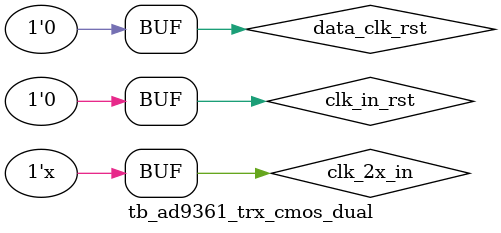
<source format=v>
`timescale 1ns / 1ps


module tb_ad9361_trx_cmos_dual;

reg clk_2x_in = 'b0;
reg clk_in_rst = 'b0;
reg data_clk = 'b0;
reg data_clk_rst = 'b0;
reg [11:0] tx_ch1_i = 'b0;
reg [11:0] tx_ch1_q = 'b0;
reg [11:0] tx_ch2_i = 'b0;
reg [11:0] tx_ch2_q = 'b0;
wire [11:0] rx_ch1_i;
wire [11:0] rx_ch1_q;
wire [11:0] rx_ch2_i;
wire [11:0] rx_ch2_q;

wire clk_out;
wire tx_frame;
wire [11:0] tx_data;

ad9361_tx_map_cmos_dual dut_tx
(
    .clk_2x_in      (clk_2x_in      ),
    .clk_in_rst     (clk_in_rst     ),

    .tx_data_clk    (data_clk       ),
    .tx_data_clk_rst(data_clk_rst   ),

    .tx_ch1_i       (tx_ch1_i       ),
    .tx_ch1_q       (tx_ch1_q       ),
    .tx_ch2_i       (tx_ch2_i       ),
    .tx_ch2_q       (tx_ch2_q       ),

    .clk_out        (clk_out        ),
    .tx_frame       (tx_frame       ),
    .tx_data        (tx_data        )
);

ad9361_rx_map_cmos_dual dut_rx
(
    .clk_2x_in      (clk_2x_in      ),
    .clk_in_rst     (clk_in_rst     ),

    .rx_data_clk    (data_clk       ), // sync to output data
    .rx_data_clk_rst(data_clk_rst   ),

    .rx_fifo_rst    (1'b0           ),  // async fifo reset

    .rx_frame       (tx_frame       ),
    .rx_data        (tx_data        ),

    .rx_ch1_i       (rx_ch1_i       ),
    .rx_ch1_q       (rx_ch1_q       ),
    .rx_ch2_i       (rx_ch2_i       ),
    .rx_ch2_q       (rx_ch2_q       )
);

initial begin
    clk_in_rst = 1'b1;
    data_clk_rst = 1'b1;
    #102
    clk_in_rst = 'b0;
    #333
    data_clk_rst = 'b0;
end

always #20 clk_2x_in = ~clk_2x_in;

always @(posedge clk_2x_in) begin
    #7 data_clk <= ~data_clk;
end

always @(posedge data_clk) begin
    if (data_clk_rst) begin
        tx_ch1_i <= 'b0;
        tx_ch1_q <= 'b0;
        tx_ch2_i <= 'b0;
        tx_ch2_q <= 'b0;
    end
    else begin
        tx_ch1_i <= tx_ch1_i + 3'd1;
        tx_ch1_q <= tx_ch1_q + 3'd2;
        tx_ch2_i <= tx_ch2_i + 3'd3;
        tx_ch2_q <= tx_ch2_q + 3'd4;
    end
end

endmodule

</source>
